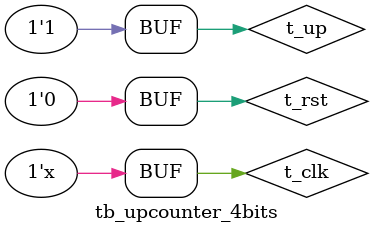
<source format=v>
module tb_upcounter_4bits;

reg t_clk;
reg t_rst;
reg t_up;
wire [3:0] t_q;


upcounter_4bits t_upcounter_4bits
(
	.clk(t_clk),
	.rst(t_rst),
	.up(t_up),
	.q(t_q)
);


initial
begin
	t_clk = 1'b1;
	t_rst = 1'b1;
	t_up = 1'b0;
end

always
begin
	#3 t_clk = ~t_clk;
end

initial
begin
	#3  t_rst = 1'b0; t_up = 1'b1;
	#30 t_up = 1'b0;
	#9  t_up = 1'b1;
	#15 t_rst = 1'b1;
	#18 t_rst = 1'b0;
	#24 t_rst = 1'b1;
	#3  t_rst = 1'b0;
end

endmodule
	
	
	

	
</source>
